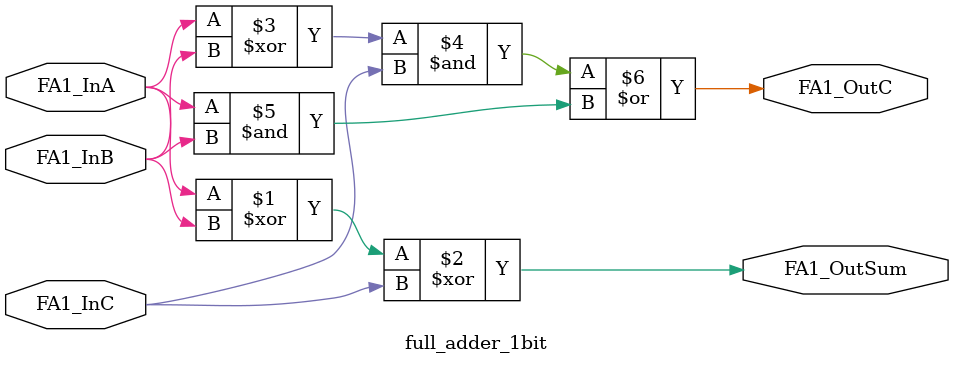
<source format=v>
`timescale 1ns / 1ps


module full_adder_1bit(
    input FA1_InA,
    input FA1_InB,
    input FA1_InC,
    output FA1_OutSum,
    output FA1_OutC
    );
    assign FA1_OutSum = FA1_InA^FA1_InB^FA1_InC;
    assign FA1_OutC = ((FA1_InA^FA1_InB)&FA1_InC)|(FA1_InA&FA1_InB);   
endmodule

</source>
